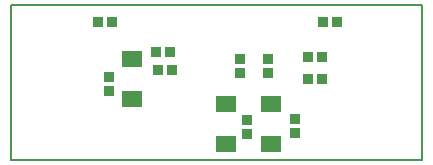
<source format=gbs>
G75*
%MOIN*%
%OFA0B0*%
%FSLAX25Y25*%
%IPPOS*%
%LPD*%
%AMOC8*
5,1,8,0,0,1.08239X$1,22.5*
%
%ADD10C,0.00500*%
%ADD11R,0.03346X0.03543*%
%ADD12R,0.03543X0.03346*%
%ADD13R,0.07087X0.05512*%
D10*
X0001250Y0001250D02*
X0001250Y0053150D01*
X0138350Y0053150D01*
X0138350Y0001250D01*
X0001250Y0001250D01*
D11*
X0050167Y0031250D03*
X0054733Y0031250D03*
X0054233Y0037250D03*
X0049667Y0037250D03*
X0034733Y0047250D03*
X0030167Y0047250D03*
X0100167Y0035750D03*
X0104733Y0035750D03*
X0104733Y0028250D03*
X0100167Y0028250D03*
X0105167Y0047250D03*
X0109733Y0047250D03*
D12*
X0086950Y0035033D03*
X0077450Y0035033D03*
X0077450Y0030467D03*
X0086950Y0030467D03*
X0095950Y0015033D03*
X0095950Y0010467D03*
X0079950Y0009967D03*
X0079950Y0014533D03*
X0033950Y0024467D03*
X0033950Y0029033D03*
D13*
X0041450Y0034943D03*
X0041450Y0021557D03*
X0072950Y0019943D03*
X0087950Y0019943D03*
X0087950Y0006557D03*
X0072950Y0006557D03*
M02*

</source>
